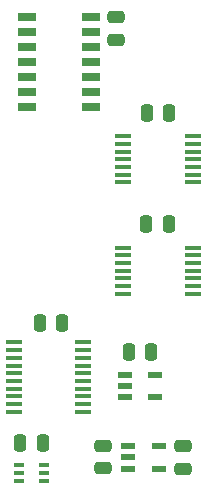
<source format=gtp>
%TF.GenerationSoftware,KiCad,Pcbnew,9.0.4*%
%TF.CreationDate,2025-09-16T16:50:18+02:00*%
%TF.ProjectId,Main Memory Small Abort,4d61696e-204d-4656-9d6f-727920536d61,V0*%
%TF.SameCoordinates,Original*%
%TF.FileFunction,Paste,Top*%
%TF.FilePolarity,Positive*%
%FSLAX46Y46*%
G04 Gerber Fmt 4.6, Leading zero omitted, Abs format (unit mm)*
G04 Created by KiCad (PCBNEW 9.0.4) date 2025-09-16 16:50:18*
%MOMM*%
%LPD*%
G01*
G04 APERTURE LIST*
G04 Aperture macros list*
%AMRoundRect*
0 Rectangle with rounded corners*
0 $1 Rounding radius*
0 $2 $3 $4 $5 $6 $7 $8 $9 X,Y pos of 4 corners*
0 Add a 4 corners polygon primitive as box body*
4,1,4,$2,$3,$4,$5,$6,$7,$8,$9,$2,$3,0*
0 Add four circle primitives for the rounded corners*
1,1,$1+$1,$2,$3*
1,1,$1+$1,$4,$5*
1,1,$1+$1,$6,$7*
1,1,$1+$1,$8,$9*
0 Add four rect primitives between the rounded corners*
20,1,$1+$1,$2,$3,$4,$5,0*
20,1,$1+$1,$4,$5,$6,$7,0*
20,1,$1+$1,$6,$7,$8,$9,0*
20,1,$1+$1,$8,$9,$2,$3,0*%
G04 Aperture macros list end*
%ADD10R,1.550000X0.650000*%
%ADD11RoundRect,0.250000X0.250000X0.475000X-0.250000X0.475000X-0.250000X-0.475000X0.250000X-0.475000X0*%
%ADD12R,1.475000X0.450000*%
%ADD13RoundRect,0.250000X0.475000X-0.250000X0.475000X0.250000X-0.475000X0.250000X-0.475000X-0.250000X0*%
%ADD14RoundRect,0.250000X-0.475000X0.250000X-0.475000X-0.250000X0.475000X-0.250000X0.475000X0.250000X0*%
%ADD15R,1.250000X0.600000*%
%ADD16R,1.150000X0.600000*%
%ADD17R,0.875000X0.450000*%
G04 APERTURE END LIST*
D10*
%TO.C,IC13*%
X5149000Y-2413000D03*
X5149000Y-3683000D03*
X5149000Y-4953000D03*
X5149000Y-6223000D03*
X5149000Y-7493000D03*
X5149000Y-8763000D03*
X5149000Y-10033000D03*
X10599000Y-10033000D03*
X10599000Y-8763000D03*
X10599000Y-7493000D03*
X10599000Y-6223000D03*
X10599000Y-4953000D03*
X10599000Y-3683000D03*
X10599000Y-2413000D03*
%TD*%
D11*
%TO.C,C15*%
X15700000Y-30734000D03*
X13800000Y-30734000D03*
%TD*%
D12*
%TO.C,IC2*%
X13335000Y-12513000D03*
X13335000Y-13163000D03*
X13335000Y-13813000D03*
X13335000Y-14463000D03*
X13335000Y-15113000D03*
X13335000Y-15763000D03*
X13335000Y-16413000D03*
X19211000Y-16413000D03*
X19211000Y-15763000D03*
X19211000Y-15113000D03*
X19211000Y-14463000D03*
X19211000Y-13813000D03*
X19211000Y-13163000D03*
X19211000Y-12513000D03*
%TD*%
%TO.C,IC3*%
X4047000Y-29968000D03*
X4047000Y-30618000D03*
X4047000Y-31268000D03*
X4047000Y-31918000D03*
X4047000Y-32568000D03*
X4047000Y-33218000D03*
X4047000Y-33868000D03*
X4047000Y-34518000D03*
X4047000Y-35168000D03*
X4047000Y-35818000D03*
X9923000Y-35818000D03*
X9923000Y-35168000D03*
X9923000Y-34518000D03*
X9923000Y-33868000D03*
X9923000Y-33218000D03*
X9923000Y-32568000D03*
X9923000Y-31918000D03*
X9923000Y-31268000D03*
X9923000Y-30618000D03*
X9923000Y-29968000D03*
%TD*%
%TO.C,IC8*%
X13318000Y-21926000D03*
X13318000Y-22576000D03*
X13318000Y-23226000D03*
X13318000Y-23876000D03*
X13318000Y-24526000D03*
X13318000Y-25176000D03*
X13318000Y-25826000D03*
X19194000Y-25826000D03*
X19194000Y-25176000D03*
X19194000Y-24526000D03*
X19194000Y-23876000D03*
X19194000Y-23226000D03*
X19194000Y-22576000D03*
X19194000Y-21926000D03*
%TD*%
D11*
%TO.C,C12*%
X6522000Y-38481000D03*
X4622000Y-38481000D03*
%TD*%
%TO.C,C8*%
X8156000Y-28325000D03*
X6256000Y-28325000D03*
%TD*%
D13*
%TO.C,C10*%
X11587000Y-40635000D03*
X11587000Y-38735000D03*
%TD*%
D14*
%TO.C,C11*%
X18415000Y-38767000D03*
X18415000Y-40667000D03*
%TD*%
D11*
%TO.C,C2*%
X17190000Y-19939000D03*
X15290000Y-19939000D03*
%TD*%
D15*
%TO.C,IC17*%
X13482000Y-32705000D03*
X13482000Y-33655000D03*
X13482000Y-34605000D03*
X15982000Y-34605000D03*
X15982000Y-32705000D03*
%TD*%
D16*
%TO.C,IC1*%
X13716000Y-38751000D03*
X13716000Y-39701000D03*
X13716000Y-40651000D03*
X16316000Y-40651000D03*
X16316000Y-38751000D03*
%TD*%
D11*
%TO.C,C13*%
X17207000Y-10526000D03*
X15307000Y-10526000D03*
%TD*%
D17*
%TO.C,IC4*%
X4480000Y-40356000D03*
X4480000Y-41006000D03*
X4480000Y-41656000D03*
X6604000Y-41656000D03*
X6604000Y-41006000D03*
X6604000Y-40356000D03*
%TD*%
D14*
%TO.C,C7*%
X12700000Y-2418000D03*
X12700000Y-4318000D03*
%TD*%
M02*

</source>
